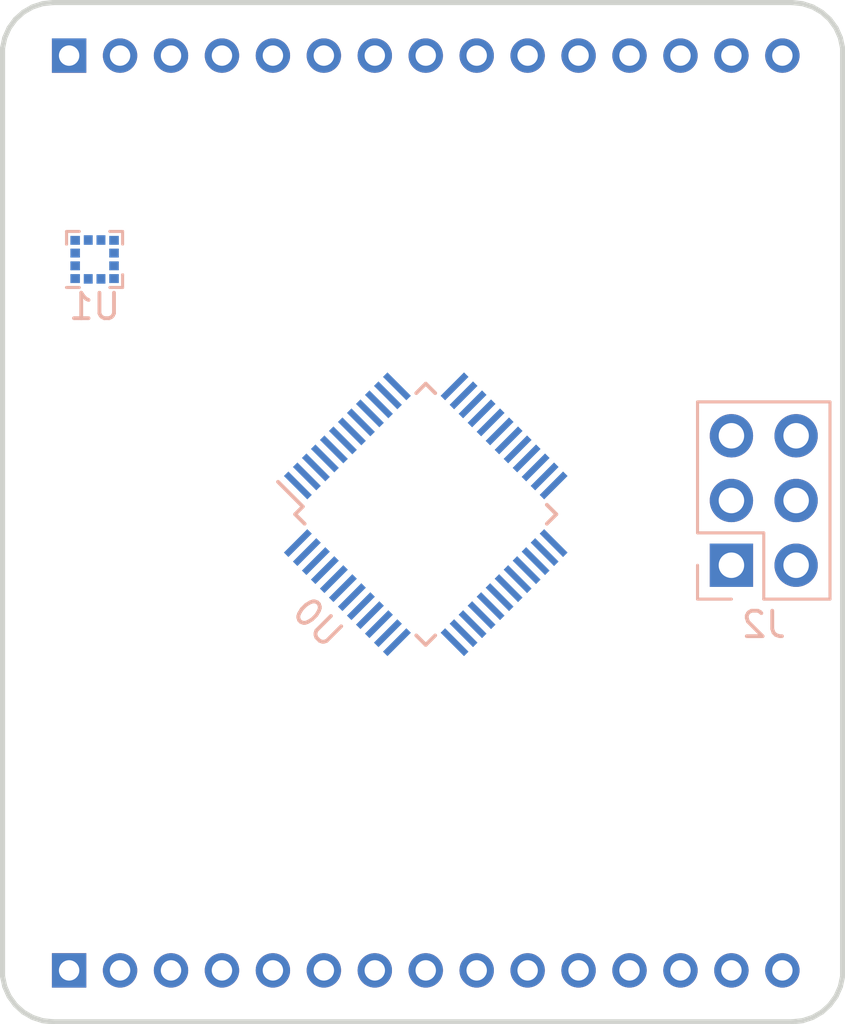
<source format=kicad_pcb>
(kicad_pcb (version 20171130) (host pcbnew "(5.0.0)")

  (general
    (thickness 1.6)
    (drawings 32)
    (tracks 0)
    (zones 0)
    (modules 5)
    (nets 36)
  )

  (page A4)
  (layers
    (0 F.Cu signal)
    (31 B.Cu signal)
    (32 B.Adhes user hide)
    (33 F.Adhes user hide)
    (34 B.Paste user hide)
    (35 F.Paste user)
    (36 B.SilkS user hide)
    (37 F.SilkS user)
    (38 B.Mask user hide)
    (39 F.Mask user hide)
    (40 Dwgs.User user hide)
    (41 Cmts.User user)
    (42 Eco1.User user hide)
    (43 Eco2.User user hide)
    (44 Edge.Cuts user)
    (45 Margin user hide)
    (46 B.CrtYd user hide)
    (47 F.CrtYd user)
    (48 B.Fab user hide)
    (49 F.Fab user hide)
  )

  (setup
    (last_trace_width 0.25)
    (user_trace_width 0.1)
    (trace_clearance 0.2)
    (zone_clearance 0.508)
    (zone_45_only no)
    (trace_min 0.1)
    (segment_width 0.2)
    (edge_width 0.2)
    (via_size 0.8)
    (via_drill 0.4)
    (via_min_size 0.4)
    (via_min_drill 0.3)
    (uvia_size 0.3)
    (uvia_drill 0.1)
    (uvias_allowed no)
    (uvia_min_size 0.2)
    (uvia_min_drill 0.1)
    (pcb_text_width 0.3)
    (pcb_text_size 1.5 1.5)
    (mod_edge_width 0.15)
    (mod_text_size 1 1)
    (mod_text_width 0.15)
    (pad_size 1.524 1.524)
    (pad_drill 0.762)
    (pad_to_mask_clearance 0.051)
    (solder_mask_min_width 0.25)
    (aux_axis_origin 0 0)
    (visible_elements 7FFFFFFF)
    (pcbplotparams
      (layerselection 0x010fc_ffffffff)
      (usegerberextensions false)
      (usegerberattributes false)
      (usegerberadvancedattributes false)
      (creategerberjobfile false)
      (excludeedgelayer true)
      (linewidth 0.100000)
      (plotframeref false)
      (viasonmask false)
      (mode 1)
      (useauxorigin false)
      (hpglpennumber 1)
      (hpglpenspeed 20)
      (hpglpendiameter 15.000000)
      (psnegative false)
      (psa4output false)
      (plotreference true)
      (plotvalue true)
      (plotinvisibletext false)
      (padsonsilk false)
      (subtractmaskfromsilk false)
      (outputformat 1)
      (mirror false)
      (drillshape 1)
      (scaleselection 1)
      (outputdirectory ""))
  )

  (net 0 "")
  (net 1 ROW_0)
  (net 2 ROW_1)
  (net 3 ROW_2)
  (net 4 ROW_3)
  (net 5 ROW_4)
  (net 6 ROW_5)
  (net 7 ROW_6)
  (net 8 ROW_7)
  (net 9 ROW_8)
  (net 10 ROW_9)
  (net 11 ROW_10)
  (net 12 COL_0)
  (net 13 COL_1)
  (net 14 COL_2)
  (net 15 COL_3)
  (net 16 COL_4)
  (net 17 COL_5)
  (net 18 COL_6)
  (net 19 COL_7)
  (net 20 COL_8)
  (net 21 COL_9)
  (net 22 COL_10)
  (net 23 COL_11)
  (net 24 COL_12)
  (net 25 COL_13)
  (net 26 COL_14)
  (net 27 ROW_11)
  (net 28 ROW_12)
  (net 29 ROW_13)
  (net 30 ROW_14)
  (net 31 "Net-(U0-Pad17)")
  (net 32 "Net-(U0-Pad18)")
  (net 33 RESET)
  (net 34 SWCLK)
  (net 35 SWDIO)

  (net_class Default "This is the default net class."
    (clearance 0.2)
    (trace_width 0.25)
    (via_dia 0.8)
    (via_drill 0.4)
    (uvia_dia 0.3)
    (uvia_drill 0.1)
    (add_net COL_0)
    (add_net COL_1)
    (add_net COL_10)
    (add_net COL_11)
    (add_net COL_12)
    (add_net COL_13)
    (add_net COL_14)
    (add_net COL_2)
    (add_net COL_3)
    (add_net COL_4)
    (add_net COL_5)
    (add_net COL_6)
    (add_net COL_7)
    (add_net COL_8)
    (add_net COL_9)
    (add_net "Net-(U0-Pad17)")
    (add_net "Net-(U0-Pad18)")
    (add_net RESET)
    (add_net ROW_0)
    (add_net ROW_1)
    (add_net ROW_10)
    (add_net ROW_11)
    (add_net ROW_12)
    (add_net ROW_13)
    (add_net ROW_14)
    (add_net ROW_2)
    (add_net ROW_3)
    (add_net ROW_4)
    (add_net ROW_5)
    (add_net ROW_6)
    (add_net ROW_7)
    (add_net ROW_8)
    (add_net ROW_9)
    (add_net SWCLK)
    (add_net SWDIO)
  )

  (net_class Thin_Wires ""
    (clearance 0.2)
    (trace_width 0.2)
    (via_dia 0.8)
    (via_drill 0.4)
    (uvia_dia 0.3)
    (uvia_drill 0.1)
  )

  (module Pin_Headers:Pin_Header_Straight_1x15_Pitch2.00mm (layer F.Cu) (tedit 5C1A24FF) (tstamp 5C1A13EB)
    (at 132 94.9 90)
    (descr "Through hole straight pin header, 1x15, 2.00mm pitch, single row")
    (tags "Through hole pin header THT 1x15 2.00mm single row")
    (path /5E1D728E)
    (fp_text reference J1 (at 0 -2.06 90) (layer F.Fab)
      (effects (font (size 1 1) (thickness 0.15)))
    )
    (fp_text value ROWS (at 0 30.06 90) (layer F.Fab)
      (effects (font (size 1 1) (thickness 0.15)))
    )
    (fp_line (start -0.5 -1) (end 1 -1) (layer F.Fab) (width 0.1))
    (fp_line (start 1 -1) (end 1 29) (layer F.Fab) (width 0.1))
    (fp_line (start 1 29) (end -1 29) (layer F.Fab) (width 0.1))
    (fp_line (start -1 29) (end -1 -0.5) (layer F.Fab) (width 0.1))
    (fp_line (start -1 -0.5) (end -0.5 -1) (layer F.Fab) (width 0.1))
    (fp_line (start -1.5 -1.5) (end -1.5 29.5) (layer F.CrtYd) (width 0.05))
    (fp_line (start -1.5 29.5) (end 1.5 29.5) (layer F.CrtYd) (width 0.05))
    (fp_line (start 1.5 29.5) (end 1.5 -1.5) (layer F.CrtYd) (width 0.05))
    (fp_line (start 1.5 -1.5) (end -1.5 -1.5) (layer F.CrtYd) (width 0.05))
    (fp_text user %R (at 0 14 180) (layer F.Fab)
      (effects (font (size 1 1) (thickness 0.15)))
    )
    (pad 1 thru_hole rect (at 0 0 90) (size 1.35 1.35) (drill 0.8) (layers *.Cu *.Mask)
      (net 8 ROW_7))
    (pad 2 thru_hole oval (at 0 2 90) (size 1.35 1.35) (drill 0.8) (layers *.Cu *.Mask)
      (net 9 ROW_8))
    (pad 3 thru_hole oval (at 0 4 90) (size 1.35 1.35) (drill 0.8) (layers *.Cu *.Mask)
      (net 10 ROW_9))
    (pad 4 thru_hole oval (at 0 6 90) (size 1.35 1.35) (drill 0.8) (layers *.Cu *.Mask)
      (net 11 ROW_10))
    (pad 5 thru_hole oval (at 0 8 90) (size 1.35 1.35) (drill 0.8) (layers *.Cu *.Mask)
      (net 27 ROW_11))
    (pad 6 thru_hole oval (at 0 10 90) (size 1.35 1.35) (drill 0.8) (layers *.Cu *.Mask)
      (net 28 ROW_12))
    (pad 7 thru_hole oval (at 0 12 90) (size 1.35 1.35) (drill 0.8) (layers *.Cu *.Mask)
      (net 29 ROW_13))
    (pad 8 thru_hole oval (at 0 14 90) (size 1.35 1.35) (drill 0.8) (layers *.Cu *.Mask)
      (net 30 ROW_14))
    (pad 9 thru_hole oval (at 0 16 90) (size 1.35 1.35) (drill 0.8) (layers *.Cu *.Mask)
      (net 7 ROW_6))
    (pad 10 thru_hole oval (at 0 18 90) (size 1.35 1.35) (drill 0.8) (layers *.Cu *.Mask)
      (net 6 ROW_5))
    (pad 11 thru_hole oval (at 0 20 90) (size 1.35 1.35) (drill 0.8) (layers *.Cu *.Mask)
      (net 5 ROW_4))
    (pad 12 thru_hole oval (at 0 22 90) (size 1.35 1.35) (drill 0.8) (layers *.Cu *.Mask)
      (net 4 ROW_3))
    (pad 13 thru_hole oval (at 0 24 90) (size 1.35 1.35) (drill 0.8) (layers *.Cu *.Mask)
      (net 3 ROW_2))
    (pad 14 thru_hole oval (at 0 26 90) (size 1.35 1.35) (drill 0.8) (layers *.Cu *.Mask)
      (net 2 ROW_1))
    (pad 15 thru_hole oval (at 0 28 90) (size 1.35 1.35) (drill 0.8) (layers *.Cu *.Mask)
      (net 1 ROW_0))
    (model ${KISYS3DMOD}/Pin_Headers.3dshapes/Pin_Header_Straight_1x15_Pitch2.00mm.wrl
      (at (xyz 0 0 0))
      (scale (xyz 1 1 1))
      (rotate (xyz 0 0 0))
    )
  )

  (module Pin_Headers:Pin_Header_Straight_1x15_Pitch2.00mm (layer F.Cu) (tedit 5C1A24D4) (tstamp 5C1A256B)
    (at 132 59 90)
    (descr "Through hole straight pin header, 1x15, 2.00mm pitch, single row")
    (tags "Through hole pin header THT 1x15 2.00mm single row")
    (path /5E1D5D0F)
    (fp_text reference J0 (at -2 -1.25 90) (layer F.Fab)
      (effects (font (size 1 1) (thickness 0.15)))
    )
    (fp_text value COLS (at 0 30.06 90) (layer F.Fab)
      (effects (font (size 1 1) (thickness 0.15)))
    )
    (fp_line (start -0.5 -1) (end 1 -1) (layer F.Fab) (width 0.1))
    (fp_line (start 1 -1) (end 1 29) (layer F.Fab) (width 0.1))
    (fp_line (start 1 29) (end -1 29) (layer F.Fab) (width 0.1))
    (fp_line (start -1 29) (end -1 -0.5) (layer F.Fab) (width 0.1))
    (fp_line (start -1 -0.5) (end -0.5 -1) (layer F.Fab) (width 0.1))
    (fp_line (start -1.5 -1.5) (end -1.5 29.5) (layer F.CrtYd) (width 0.05))
    (fp_line (start -1.5 29.5) (end 1.5 29.5) (layer F.CrtYd) (width 0.05))
    (fp_line (start 1.5 29.5) (end 1.5 -1.5) (layer F.CrtYd) (width 0.05))
    (fp_line (start 1.5 -1.5) (end -1.5 -1.5) (layer F.CrtYd) (width 0.05))
    (fp_text user %R (at 0 14 180) (layer F.Fab)
      (effects (font (size 1 1) (thickness 0.15)))
    )
    (pad 1 thru_hole rect (at 0 0 90) (size 1.35 1.35) (drill 0.8) (layers *.Cu *.Mask)
      (net 12 COL_0))
    (pad 2 thru_hole oval (at 0 2 90) (size 1.35 1.35) (drill 0.8) (layers *.Cu *.Mask)
      (net 13 COL_1))
    (pad 3 thru_hole oval (at 0 4 90) (size 1.35 1.35) (drill 0.8) (layers *.Cu *.Mask)
      (net 14 COL_2))
    (pad 4 thru_hole oval (at 0 6 90) (size 1.35 1.35) (drill 0.8) (layers *.Cu *.Mask)
      (net 15 COL_3))
    (pad 5 thru_hole oval (at 0 8 90) (size 1.35 1.35) (drill 0.8) (layers *.Cu *.Mask)
      (net 16 COL_4))
    (pad 6 thru_hole oval (at 0 10 90) (size 1.35 1.35) (drill 0.8) (layers *.Cu *.Mask)
      (net 17 COL_5))
    (pad 7 thru_hole oval (at 0 12 90) (size 1.35 1.35) (drill 0.8) (layers *.Cu *.Mask)
      (net 18 COL_6))
    (pad 8 thru_hole oval (at 0 14 90) (size 1.35 1.35) (drill 0.8) (layers *.Cu *.Mask)
      (net 19 COL_7))
    (pad 9 thru_hole oval (at 0 16 90) (size 1.35 1.35) (drill 0.8) (layers *.Cu *.Mask)
      (net 20 COL_8))
    (pad 10 thru_hole oval (at 0 18 90) (size 1.35 1.35) (drill 0.8) (layers *.Cu *.Mask)
      (net 21 COL_9))
    (pad 11 thru_hole oval (at 0 20 90) (size 1.35 1.35) (drill 0.8) (layers *.Cu *.Mask)
      (net 22 COL_10))
    (pad 12 thru_hole oval (at 0 22 90) (size 1.35 1.35) (drill 0.8) (layers *.Cu *.Mask)
      (net 23 COL_11))
    (pad 13 thru_hole oval (at 0 24 90) (size 1.35 1.35) (drill 0.8) (layers *.Cu *.Mask)
      (net 24 COL_12))
    (pad 14 thru_hole oval (at 0 26 90) (size 1.35 1.35) (drill 0.8) (layers *.Cu *.Mask)
      (net 25 COL_13))
    (pad 15 thru_hole oval (at 0 28 90) (size 1.35 1.35) (drill 0.8) (layers *.Cu *.Mask)
      (net 26 COL_14))
    (model ${KISYS3DMOD}/Pin_Headers.3dshapes/Pin_Header_Straight_1x15_Pitch2.00mm.wrl
      (at (xyz 0 0 0))
      (scale (xyz 1 1 1))
      (rotate (xyz 0 0 0))
    )
  )

  (module Package_QFP:TQFP-48_7x7mm_P0.5mm (layer B.Cu) (tedit 5A02F146) (tstamp 5CC6F4EE)
    (at 146 77 315)
    (descr "48 LEAD TQFP 7x7mm (see MICREL TQFP7x7-48LD-PL-1.pdf)")
    (tags "QFP 0.5")
    (path /5CC6E0C1)
    (attr smd)
    (fp_text reference U0 (at 0 6 315) (layer B.SilkS)
      (effects (font (size 1 1) (thickness 0.15)) (justify mirror))
    )
    (fp_text value ATSAMD21G18A-AUT (at 0 -6 315) (layer B.Fab)
      (effects (font (size 1 1) (thickness 0.15)) (justify mirror))
    )
    (fp_text user %R (at 0 0 315) (layer B.Fab)
      (effects (font (size 1 1) (thickness 0.15)) (justify mirror))
    )
    (fp_line (start -2.5 3.5) (end 3.5 3.5) (layer B.Fab) (width 0.15))
    (fp_line (start 3.5 3.5) (end 3.5 -3.5) (layer B.Fab) (width 0.15))
    (fp_line (start 3.5 -3.5) (end -3.5 -3.5) (layer B.Fab) (width 0.15))
    (fp_line (start -3.5 -3.5) (end -3.5 2.5) (layer B.Fab) (width 0.15))
    (fp_line (start -3.5 2.5) (end -2.5 3.5) (layer B.Fab) (width 0.15))
    (fp_line (start -5.25 5.25) (end -5.25 -5.25) (layer B.CrtYd) (width 0.05))
    (fp_line (start 5.25 5.25) (end 5.25 -5.25) (layer B.CrtYd) (width 0.05))
    (fp_line (start -5.25 5.25) (end 5.25 5.25) (layer B.CrtYd) (width 0.05))
    (fp_line (start -5.25 -5.25) (end 5.25 -5.25) (layer B.CrtYd) (width 0.05))
    (fp_line (start -3.625 3.625) (end -3.625 3.2) (layer B.SilkS) (width 0.15))
    (fp_line (start 3.625 3.625) (end 3.625 3.1) (layer B.SilkS) (width 0.15))
    (fp_line (start 3.625 -3.625) (end 3.625 -3.1) (layer B.SilkS) (width 0.15))
    (fp_line (start -3.625 -3.625) (end -3.625 -3.1) (layer B.SilkS) (width 0.15))
    (fp_line (start -3.625 3.625) (end -3.1 3.625) (layer B.SilkS) (width 0.15))
    (fp_line (start -3.625 -3.625) (end -3.1 -3.625) (layer B.SilkS) (width 0.15))
    (fp_line (start 3.625 -3.625) (end 3.1 -3.625) (layer B.SilkS) (width 0.15))
    (fp_line (start 3.625 3.625) (end 3.1 3.625) (layer B.SilkS) (width 0.15))
    (fp_line (start -3.625 3.2) (end -5 3.2) (layer B.SilkS) (width 0.15))
    (pad 1 smd rect (at -4.35 2.75 315) (size 1.3 0.25) (layers B.Cu B.Paste B.Mask)
      (net 12 COL_0))
    (pad 2 smd rect (at -4.35 2.25 315) (size 1.3 0.25) (layers B.Cu B.Paste B.Mask)
      (net 13 COL_1))
    (pad 3 smd rect (at -4.35 1.75 315) (size 1.3 0.25) (layers B.Cu B.Paste B.Mask)
      (net 14 COL_2))
    (pad 4 smd rect (at -4.35 1.25 315) (size 1.3 0.25) (layers B.Cu B.Paste B.Mask)
      (net 15 COL_3))
    (pad 5 smd rect (at -4.35 0.75 315) (size 1.3 0.25) (layers B.Cu B.Paste B.Mask))
    (pad 6 smd rect (at -4.35 0.25 315) (size 1.3 0.25) (layers B.Cu B.Paste B.Mask))
    (pad 7 smd rect (at -4.35 -0.25 315) (size 1.3 0.25) (layers B.Cu B.Paste B.Mask))
    (pad 8 smd rect (at -4.35 -0.75 315) (size 1.3 0.25) (layers B.Cu B.Paste B.Mask))
    (pad 9 smd rect (at -4.35 -1.25 315) (size 1.3 0.25) (layers B.Cu B.Paste B.Mask)
      (net 16 COL_4))
    (pad 10 smd rect (at -4.35 -1.75 315) (size 1.3 0.25) (layers B.Cu B.Paste B.Mask)
      (net 17 COL_5))
    (pad 11 smd rect (at -4.35 -2.25 315) (size 1.3 0.25) (layers B.Cu B.Paste B.Mask)
      (net 18 COL_6))
    (pad 12 smd rect (at -4.35 -2.75 315) (size 1.3 0.25) (layers B.Cu B.Paste B.Mask)
      (net 19 COL_7))
    (pad 13 smd rect (at -2.75 -4.35 225) (size 1.3 0.25) (layers B.Cu B.Paste B.Mask)
      (net 20 COL_8))
    (pad 14 smd rect (at -2.25 -4.35 225) (size 1.3 0.25) (layers B.Cu B.Paste B.Mask)
      (net 21 COL_9))
    (pad 15 smd rect (at -1.75 -4.35 225) (size 1.3 0.25) (layers B.Cu B.Paste B.Mask)
      (net 22 COL_10))
    (pad 16 smd rect (at -1.25 -4.35 225) (size 1.3 0.25) (layers B.Cu B.Paste B.Mask)
      (net 23 COL_11))
    (pad 17 smd rect (at -0.75 -4.35 225) (size 1.3 0.25) (layers B.Cu B.Paste B.Mask)
      (net 31 "Net-(U0-Pad17)"))
    (pad 18 smd rect (at -0.25 -4.35 225) (size 1.3 0.25) (layers B.Cu B.Paste B.Mask)
      (net 32 "Net-(U0-Pad18)"))
    (pad 19 smd rect (at 0.25 -4.35 225) (size 1.3 0.25) (layers B.Cu B.Paste B.Mask))
    (pad 20 smd rect (at 0.75 -4.35 225) (size 1.3 0.25) (layers B.Cu B.Paste B.Mask))
    (pad 21 smd rect (at 1.25 -4.35 225) (size 1.3 0.25) (layers B.Cu B.Paste B.Mask)
      (net 24 COL_12))
    (pad 22 smd rect (at 1.75 -4.35 225) (size 1.3 0.25) (layers B.Cu B.Paste B.Mask)
      (net 25 COL_13))
    (pad 23 smd rect (at 2.25 -4.35 225) (size 1.3 0.25) (layers B.Cu B.Paste B.Mask)
      (net 26 COL_14))
    (pad 24 smd rect (at 2.75 -4.35 225) (size 1.3 0.25) (layers B.Cu B.Paste B.Mask)
      (net 1 ROW_0))
    (pad 25 smd rect (at 4.35 -2.75 315) (size 1.3 0.25) (layers B.Cu B.Paste B.Mask)
      (net 2 ROW_1))
    (pad 26 smd rect (at 4.35 -2.25 315) (size 1.3 0.25) (layers B.Cu B.Paste B.Mask)
      (net 3 ROW_2))
    (pad 27 smd rect (at 4.35 -1.75 315) (size 1.3 0.25) (layers B.Cu B.Paste B.Mask)
      (net 4 ROW_3))
    (pad 28 smd rect (at 4.35 -1.25 315) (size 1.3 0.25) (layers B.Cu B.Paste B.Mask)
      (net 5 ROW_4))
    (pad 29 smd rect (at 4.35 -0.75 315) (size 1.3 0.25) (layers B.Cu B.Paste B.Mask)
      (net 6 ROW_5))
    (pad 30 smd rect (at 4.35 -0.25 315) (size 1.3 0.25) (layers B.Cu B.Paste B.Mask)
      (net 7 ROW_6))
    (pad 31 smd rect (at 4.35 0.25 315) (size 1.3 0.25) (layers B.Cu B.Paste B.Mask)
      (net 8 ROW_7))
    (pad 32 smd rect (at 4.35 0.75 315) (size 1.3 0.25) (layers B.Cu B.Paste B.Mask)
      (net 9 ROW_8))
    (pad 33 smd rect (at 4.35 1.25 315) (size 1.3 0.25) (layers B.Cu B.Paste B.Mask)
      (net 10 ROW_9))
    (pad 34 smd rect (at 4.35 1.75 315) (size 1.3 0.25) (layers B.Cu B.Paste B.Mask)
      (net 11 ROW_10))
    (pad 35 smd rect (at 4.35 2.25 315) (size 1.3 0.25) (layers B.Cu B.Paste B.Mask)
      (net 32 "Net-(U0-Pad18)"))
    (pad 36 smd rect (at 4.35 2.75 315) (size 1.3 0.25) (layers B.Cu B.Paste B.Mask)
      (net 31 "Net-(U0-Pad17)"))
    (pad 37 smd rect (at 2.75 4.35 225) (size 1.3 0.25) (layers B.Cu B.Paste B.Mask))
    (pad 38 smd rect (at 2.25 4.35 225) (size 1.3 0.25) (layers B.Cu B.Paste B.Mask))
    (pad 39 smd rect (at 1.75 4.35 225) (size 1.3 0.25) (layers B.Cu B.Paste B.Mask)
      (net 27 ROW_11))
    (pad 40 smd rect (at 1.25 4.35 225) (size 1.3 0.25) (layers B.Cu B.Paste B.Mask)
      (net 33 RESET))
    (pad 41 smd rect (at 0.75 4.35 225) (size 1.3 0.25) (layers B.Cu B.Paste B.Mask)
      (net 28 ROW_12))
    (pad 42 smd rect (at 0.25 4.35 225) (size 1.3 0.25) (layers B.Cu B.Paste B.Mask)
      (net 32 "Net-(U0-Pad18)"))
    (pad 43 smd rect (at -0.25 4.35 225) (size 1.3 0.25) (layers B.Cu B.Paste B.Mask))
    (pad 44 smd rect (at -0.75 4.35 225) (size 1.3 0.25) (layers B.Cu B.Paste B.Mask))
    (pad 45 smd rect (at -1.25 4.35 225) (size 1.3 0.25) (layers B.Cu B.Paste B.Mask)
      (net 29 ROW_13))
    (pad 46 smd rect (at -1.75 4.35 225) (size 1.3 0.25) (layers B.Cu B.Paste B.Mask)
      (net 30 ROW_14))
    (pad 47 smd rect (at -2.25 4.35 225) (size 1.3 0.25) (layers B.Cu B.Paste B.Mask)
      (net 34 SWCLK))
    (pad 48 smd rect (at -2.75 4.35 225) (size 1.3 0.25) (layers B.Cu B.Paste B.Mask)
      (net 35 SWDIO))
    (model ${KISYS3DMOD}/Package_QFP.3dshapes/TQFP-48_7x7mm_P0.5mm.wrl
      (at (xyz 0 0 0))
      (scale (xyz 1 1 1))
      (rotate (xyz 0 0 0))
    )
  )

  (module Connector_PinHeader_2.54mm:PinHeader_2x03_P2.54mm_Vertical (layer B.Cu) (tedit 59FED5CC) (tstamp 5CC6EF1D)
    (at 158 79)
    (descr "Through hole straight pin header, 2x03, 2.54mm pitch, double rows")
    (tags "Through hole pin header THT 2x03 2.54mm double row")
    (path /5C22C0C9)
    (fp_text reference J2 (at 1.27 2.33) (layer B.SilkS)
      (effects (font (size 1 1) (thickness 0.15)) (justify mirror))
    )
    (fp_text value ISP-PROG-6 (at 1.27 -7.41) (layer B.Fab)
      (effects (font (size 1 1) (thickness 0.15)) (justify mirror))
    )
    (fp_line (start 0 1.27) (end 3.81 1.27) (layer B.Fab) (width 0.1))
    (fp_line (start 3.81 1.27) (end 3.81 -6.35) (layer B.Fab) (width 0.1))
    (fp_line (start 3.81 -6.35) (end -1.27 -6.35) (layer B.Fab) (width 0.1))
    (fp_line (start -1.27 -6.35) (end -1.27 0) (layer B.Fab) (width 0.1))
    (fp_line (start -1.27 0) (end 0 1.27) (layer B.Fab) (width 0.1))
    (fp_line (start -1.33 -6.41) (end 3.87 -6.41) (layer B.SilkS) (width 0.12))
    (fp_line (start -1.33 -1.27) (end -1.33 -6.41) (layer B.SilkS) (width 0.12))
    (fp_line (start 3.87 1.33) (end 3.87 -6.41) (layer B.SilkS) (width 0.12))
    (fp_line (start -1.33 -1.27) (end 1.27 -1.27) (layer B.SilkS) (width 0.12))
    (fp_line (start 1.27 -1.27) (end 1.27 1.33) (layer B.SilkS) (width 0.12))
    (fp_line (start 1.27 1.33) (end 3.87 1.33) (layer B.SilkS) (width 0.12))
    (fp_line (start -1.33 0) (end -1.33 1.33) (layer B.SilkS) (width 0.12))
    (fp_line (start -1.33 1.33) (end 0 1.33) (layer B.SilkS) (width 0.12))
    (fp_line (start -1.8 1.8) (end -1.8 -6.85) (layer B.CrtYd) (width 0.05))
    (fp_line (start -1.8 -6.85) (end 4.35 -6.85) (layer B.CrtYd) (width 0.05))
    (fp_line (start 4.35 -6.85) (end 4.35 1.8) (layer B.CrtYd) (width 0.05))
    (fp_line (start 4.35 1.8) (end -1.8 1.8) (layer B.CrtYd) (width 0.05))
    (fp_text user %R (at 1.27 -2.54 -90) (layer B.Fab)
      (effects (font (size 1 1) (thickness 0.15)) (justify mirror))
    )
    (pad 1 thru_hole rect (at 0 0) (size 1.7 1.7) (drill 1) (layers *.Cu *.Mask)
      (net 35 SWDIO))
    (pad 2 thru_hole oval (at 2.54 0) (size 1.7 1.7) (drill 1) (layers *.Cu *.Mask))
    (pad 3 thru_hole oval (at 0 -2.54) (size 1.7 1.7) (drill 1) (layers *.Cu *.Mask)
      (net 34 SWCLK))
    (pad 4 thru_hole oval (at 2.54 -2.54) (size 1.7 1.7) (drill 1) (layers *.Cu *.Mask))
    (pad 5 thru_hole oval (at 0 -5.08) (size 1.7 1.7) (drill 1) (layers *.Cu *.Mask)
      (net 33 RESET))
    (pad 6 thru_hole oval (at 2.54 -5.08) (size 1.7 1.7) (drill 1) (layers *.Cu *.Mask))
    (model ${KISYS3DMOD}/Connector_PinHeader_2.54mm.3dshapes/PinHeader_2x03_P2.54mm_Vertical.wrl
      (at (xyz 0 0 0))
      (scale (xyz 1 1 1))
      (rotate (xyz 0 0 0))
    )
  )

  (module Package_LGA:LGA-12_2x2mm_P0.5mm (layer B.Cu) (tedit 5A0AAFFD) (tstamp 5CC6EF42)
    (at 133 67)
    (descr LGA12)
    (tags "lga land grid array")
    (path /5C22CD64)
    (attr smd)
    (fp_text reference U1 (at 0 1.85) (layer B.SilkS)
      (effects (font (size 1 1) (thickness 0.15)) (justify mirror))
    )
    (fp_text value BMA250E (at 0 -1.6) (layer B.Fab)
      (effects (font (size 1 1) (thickness 0.15)) (justify mirror))
    )
    (fp_text user %R (at 0 0) (layer B.Fab)
      (effects (font (size 0.5 0.5) (thickness 0.075)) (justify mirror))
    )
    (fp_line (start 1 1) (end 1 -1) (layer B.Fab) (width 0.1))
    (fp_line (start 1 -1) (end -1 -1) (layer B.Fab) (width 0.1))
    (fp_line (start -1 -1) (end -1 0.5) (layer B.Fab) (width 0.1))
    (fp_line (start -1 0.5) (end -0.5 1) (layer B.Fab) (width 0.1))
    (fp_line (start -0.5 1) (end 1 1) (layer B.Fab) (width 0.1))
    (fp_line (start 0.6 1.1) (end 1.1 1.1) (layer B.SilkS) (width 0.12))
    (fp_line (start 1.1 1.1) (end 1.1 0.6) (layer B.SilkS) (width 0.12))
    (fp_line (start 1.1 0.6) (end 1.1 0.6) (layer B.SilkS) (width 0.12))
    (fp_line (start 1.1 -0.6) (end 1.1 -1.1) (layer B.SilkS) (width 0.12))
    (fp_line (start 1.1 -1.1) (end 0.6 -1.1) (layer B.SilkS) (width 0.12))
    (fp_line (start 0.6 -1.1) (end 0.6 -1.1) (layer B.SilkS) (width 0.12))
    (fp_line (start -0.6 -1.1) (end -1.1 -1.1) (layer B.SilkS) (width 0.12))
    (fp_line (start -1.1 -1.1) (end -1.1 -0.6) (layer B.SilkS) (width 0.12))
    (fp_line (start -1.1 -0.6) (end -1.1 -0.6) (layer B.SilkS) (width 0.12))
    (fp_line (start -0.6 1.1) (end -1.1 1.1) (layer B.SilkS) (width 0.12))
    (fp_line (start -1.1 1.1) (end -1.1 1.1) (layer B.SilkS) (width 0.12))
    (fp_line (start 1.25 1.25) (end 1.25 -1.25) (layer B.CrtYd) (width 0.05))
    (fp_line (start 1.25 -1.25) (end -1.25 -1.25) (layer B.CrtYd) (width 0.05))
    (fp_line (start -1.25 -1.25) (end -1.25 1.25) (layer B.CrtYd) (width 0.05))
    (fp_line (start -1.25 1.25) (end 1.25 1.25) (layer B.CrtYd) (width 0.05))
    (pad 2 smd rect (at -0.7625 0.25) (size 0.375 0.35) (layers B.Cu B.Paste B.Mask))
    (pad 3 smd rect (at -0.7625 -0.25) (size 0.375 0.35) (layers B.Cu B.Paste B.Mask))
    (pad 9 smd rect (at 0.7625 0.25) (size 0.375 0.35) (layers B.Cu B.Paste B.Mask))
    (pad 8 smd rect (at 0.7625 -0.25) (size 0.375 0.35) (layers B.Cu B.Paste B.Mask))
    (pad 4 smd rect (at -0.7625 -0.75) (size 0.375 0.35) (layers B.Cu B.Paste B.Mask))
    (pad 7 smd rect (at 0.7625 -0.75) (size 0.375 0.35) (layers B.Cu B.Paste B.Mask))
    (pad 1 smd rect (at -0.7625 0.75) (size 0.375 0.35) (layers B.Cu B.Paste B.Mask))
    (pad 10 smd rect (at 0.7625 0.75) (size 0.375 0.35) (layers B.Cu B.Paste B.Mask))
    (pad 5 smd rect (at -0.25 -0.7625 270) (size 0.375 0.35) (layers B.Cu B.Paste B.Mask))
    (pad 6 smd rect (at 0.25 -0.7625 270) (size 0.375 0.35) (layers B.Cu B.Paste B.Mask))
    (pad 11 smd rect (at 0.25 0.7625 270) (size 0.375 0.35) (layers B.Cu B.Paste B.Mask))
    (pad 12 smd rect (at -0.25 0.7625 270) (size 0.375 0.35) (layers B.Cu B.Paste B.Mask))
    (model ${KISYS3DMOD}/Package_LGA.3dshapes/LGA-12_2x2mm_P0.5mm.wrl
      (at (xyz 0 0 0))
      (scale (xyz 1 1 1))
      (rotate (xyz 0 0 0))
    )
  )

  (gr_line (start 130.5621 96.7451) (end 130.9598 96.8743) (layer Edge.Cuts) (width 0.2) (tstamp 5CC6E0B4))
  (gr_line (start 162.3646 95.127) (end 162.3646 58.709) (layer Edge.Cuts) (width 0.2) (tstamp 5CC6E0B7))
  (gr_line (start 161.1891 96.7451) (end 161.5512 96.536) (layer Edge.Cuts) (width 0.2) (tstamp 5CC6E0BA))
  (gr_line (start 161.8619 96.2563) (end 162.1076 95.918) (layer Edge.Cuts) (width 0.2) (tstamp 5CC6E0BD))
  (gr_line (start 129.8893 96.2563) (end 130.2 96.536) (layer Edge.Cuts) (width 0.2) (tstamp 5CC6E0C0))
  (gr_line (start 161.5512 96.536) (end 161.8619 96.2563) (layer Edge.Cuts) (width 0.2) (tstamp 5CC6E0C3))
  (gr_line (start 130.2 96.536) (end 130.5621 96.7451) (layer Edge.Cuts) (width 0.2) (tstamp 5CC6E0C6))
  (gr_line (start 162.2777 95.536) (end 162.3646 95.127) (layer Edge.Cuts) (width 0.2) (tstamp 5CC6E0C9))
  (gr_line (start 162.1076 95.918) (end 162.2777 95.536) (layer Edge.Cuts) (width 0.2) (tstamp 5CC6E0CC))
  (gr_line (start 160.3756 96.918) (end 160.7914 96.8743) (layer Edge.Cuts) (width 0.2) (tstamp 5CC6E0CF))
  (gr_line (start 129.4735 58.3) (end 129.3866 58.709) (layer Edge.Cuts) (width 0.2) (tstamp 5CC6E0D2))
  (gr_line (start 129.6436 95.918) (end 129.8893 96.2563) (layer Edge.Cuts) (width 0.2) (tstamp 5CC6E0D5))
  (gr_line (start 129.3866 95.127) (end 129.4735 95.536) (layer Edge.Cuts) (width 0.2) (tstamp 5CC6E0D8))
  (gr_line (start 129.4735 95.536) (end 129.6436 95.918) (layer Edge.Cuts) (width 0.2) (tstamp 5CC6E0DB))
  (gr_line (start 129.6436 57.918) (end 129.4735 58.3) (layer Edge.Cuts) (width 0.2) (tstamp 5CC6E0DE))
  (gr_line (start 131.3756 96.918) (end 160.3756 96.918) (layer Edge.Cuts) (width 0.2) (tstamp 5CC6E0E1))
  (gr_line (start 161.8619 57.5797) (end 161.5512 57.3) (layer Edge.Cuts) (width 0.2) (tstamp 5CC6E0E4))
  (gr_line (start 160.7914 96.8743) (end 161.1891 96.7451) (layer Edge.Cuts) (width 0.2) (tstamp 5CC6E0E7))
  (gr_line (start 162.2777 58.3) (end 162.1076 57.918) (layer Edge.Cuts) (width 0.2) (tstamp 5CC6E0EA))
  (gr_line (start 130.9598 96.8743) (end 131.3756 96.918) (layer Edge.Cuts) (width 0.2) (tstamp 5CC6E0ED))
  (gr_line (start 129.3866 58.709) (end 129.3866 95.127) (layer Edge.Cuts) (width 0.2) (tstamp 5CC6E0F0))
  (gr_line (start 162.1076 57.918) (end 161.8619 57.5797) (layer Edge.Cuts) (width 0.2) (tstamp 5CC6E0F3))
  (gr_line (start 162.3646 58.709) (end 162.2777 58.3) (layer Edge.Cuts) (width 0.2) (tstamp 5CC6E0F6))
  (gr_line (start 131.3756 56.918) (end 130.9598 56.9617) (layer Edge.Cuts) (width 0.2) (tstamp 5CC6E0F9))
  (gr_line (start 160.7914 56.9617) (end 160.3756 56.918) (layer Edge.Cuts) (width 0.2) (tstamp 5CC6E0FC))
  (gr_line (start 161.1891 57.0909) (end 160.7914 56.9617) (layer Edge.Cuts) (width 0.2) (tstamp 5CC6E0FF))
  (gr_line (start 130.5621 57.0909) (end 130.2 57.3) (layer Edge.Cuts) (width 0.2) (tstamp 5CC6E102))
  (gr_line (start 130.9598 56.9617) (end 130.5621 57.0909) (layer Edge.Cuts) (width 0.2) (tstamp 5CC6E105))
  (gr_line (start 161.5512 57.3) (end 161.1891 57.0909) (layer Edge.Cuts) (width 0.2) (tstamp 5CC6E108))
  (gr_line (start 160.3756 56.918) (end 131.3756 56.918) (layer Edge.Cuts) (width 0.2) (tstamp 5CC6E10B))
  (gr_line (start 129.8893 57.5797) (end 129.6436 57.918) (layer Edge.Cuts) (width 0.2) (tstamp 5CC6E10E))
  (gr_line (start 130.2 57.3) (end 129.8893 57.5797) (layer Edge.Cuts) (width 0.2) (tstamp 5CC6E111))

)

</source>
